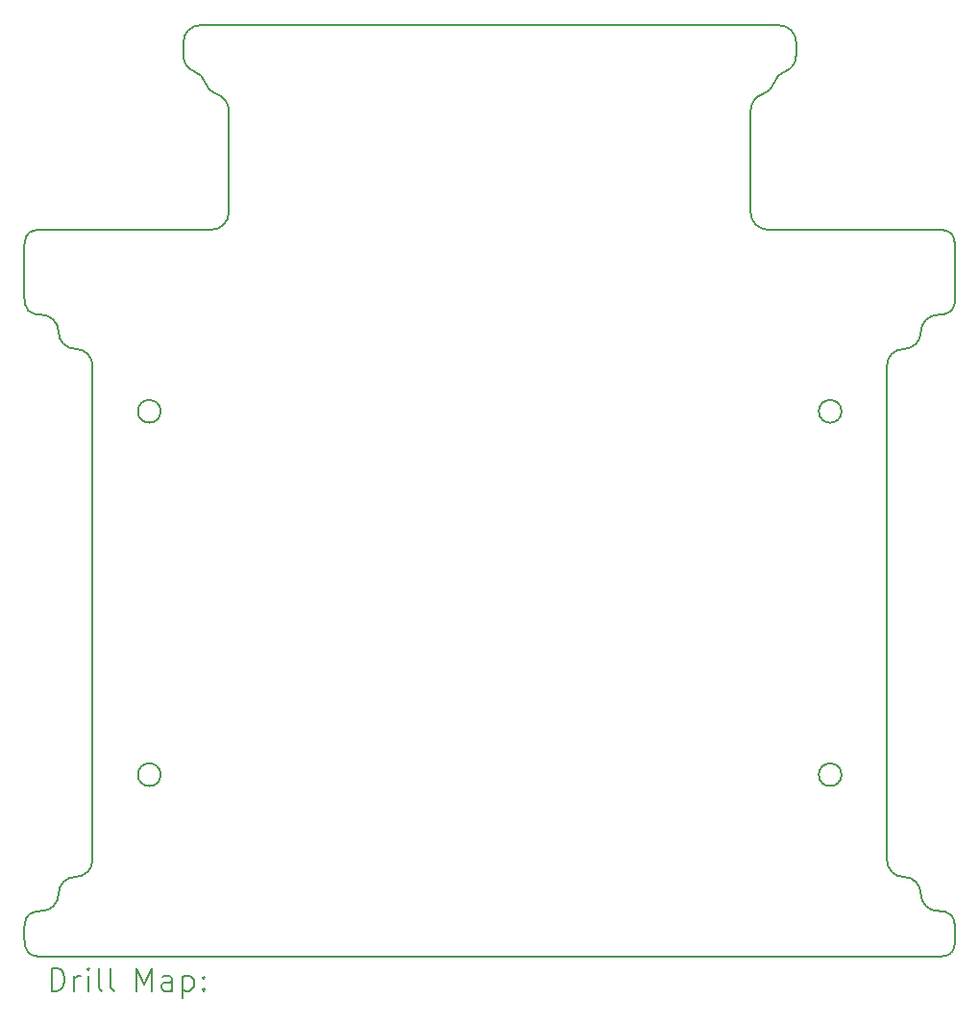
<source format=gbr>
%TF.GenerationSoftware,KiCad,Pcbnew,(7.0.0)*%
%TF.CreationDate,2023-11-19T14:20:11+01:00*%
%TF.ProjectId,Middle,4d696464-6c65-42e6-9b69-6361645f7063,rev?*%
%TF.SameCoordinates,Original*%
%TF.FileFunction,Drillmap*%
%TF.FilePolarity,Positive*%
%FSLAX45Y45*%
G04 Gerber Fmt 4.5, Leading zero omitted, Abs format (unit mm)*
G04 Created by KiCad (PCBNEW (7.0.0)) date 2023-11-19 14:20:11*
%MOMM*%
%LPD*%
G01*
G04 APERTURE LIST*
%ADD10C,0.200000*%
G04 APERTURE END LIST*
D10*
X9350000Y-13500000D02*
G75*
G03*
X9500000Y-13350000I0J150000D01*
G01*
X10300000Y-6150000D02*
X10300000Y-6267157D01*
X16950000Y-13800000D02*
X16970884Y-13800616D01*
X16992195Y-13802791D01*
X17013274Y-13807061D01*
X17022825Y-13809932D01*
X8904388Y-13898409D02*
X8901402Y-13919236D01*
X8900125Y-13940349D01*
X8900000Y-13950000D01*
X8909933Y-8472825D02*
X8917841Y-8491331D01*
X8928923Y-8508050D01*
X8930669Y-8510116D01*
X15599999Y-6408575D02*
G75*
G03*
X15700000Y-6267157I-49989J141415D01*
G01*
X8900000Y-14050000D02*
X8900617Y-14070883D01*
X8902791Y-14092195D01*
X8907061Y-14113274D01*
X8909933Y-14122825D01*
X8900000Y-13950000D02*
X8900000Y-14050000D01*
X10300003Y-6267157D02*
G75*
G03*
X10400000Y-6408579I149997J-3D01*
G01*
X15600000Y-6408579D02*
G75*
G03*
X15506459Y-6506459I50000J-141421D01*
G01*
X9500000Y-9000000D02*
X9500000Y-13350000D01*
X8998409Y-8545612D02*
X9019236Y-8548598D01*
X9040349Y-8549875D01*
X9050000Y-8550000D01*
X16100000Y-9400000D02*
G75*
G03*
X16100000Y-9400000I-100000J0D01*
G01*
X17001591Y-14195612D02*
X16980764Y-14198598D01*
X16959651Y-14199875D01*
X16950000Y-14200000D01*
X17082823Y-13859935D02*
X17090577Y-13878711D01*
X17095612Y-13898409D01*
X8977175Y-7809932D02*
X8958669Y-7817841D01*
X8941950Y-7828923D01*
X8939884Y-7830669D01*
X16800000Y-13650000D02*
G75*
G03*
X16650000Y-13500000I-150000J0D01*
G01*
X10100000Y-12600000D02*
G75*
G03*
X10100000Y-12600000I-100000J0D01*
G01*
X8998409Y-14195612D02*
X9019236Y-14198598D01*
X9040349Y-14199875D01*
X9050000Y-14200000D01*
X15700000Y-6267157D02*
X15700000Y-6150000D01*
X8959935Y-8532823D02*
X8978712Y-8540577D01*
X8998409Y-8545612D01*
X8900000Y-8400000D02*
X8900617Y-8420884D01*
X8902791Y-8442195D01*
X8907061Y-8463274D01*
X8909933Y-8472825D01*
X17069331Y-14160116D02*
X17053946Y-14174262D01*
X17040065Y-14182823D01*
X17040065Y-14182823D02*
X17021288Y-14190576D01*
X17001591Y-14195612D01*
X10550000Y-7800000D02*
G75*
G03*
X10700000Y-7650000I0J150000D01*
G01*
X17069331Y-8510116D02*
X17053946Y-8524263D01*
X17040065Y-8532823D01*
X17100000Y-14050000D02*
X17100000Y-13950000D01*
X15300000Y-7650000D02*
X15300000Y-6750000D01*
X10493542Y-6506459D02*
G75*
G03*
X10593541Y-6606458I143539J43539D01*
G01*
X10700000Y-6750000D02*
X10700000Y-7650000D01*
X9050000Y-14200000D02*
X16950000Y-14200000D01*
X16950000Y-8550000D02*
G75*
G03*
X16800000Y-8700000I0J-150000D01*
G01*
X17001591Y-8545612D02*
X16980764Y-8548598D01*
X16959651Y-8549875D01*
X16950000Y-8550000D01*
X15300000Y-7650000D02*
G75*
G03*
X15450000Y-7800000I150000J0D01*
G01*
X10450000Y-6000000D02*
G75*
G03*
X10300000Y-6150000I0J-150000D01*
G01*
X17100000Y-14050000D02*
X17099383Y-14070883D01*
X17097209Y-14092195D01*
X17092939Y-14113274D01*
X17090068Y-14122825D01*
X8959935Y-14182823D02*
X8978712Y-14190576D01*
X8998409Y-14195612D01*
X16650000Y-8850000D02*
G75*
G03*
X16500000Y-9000000I0J-150000D01*
G01*
X17022825Y-13809932D02*
X17041331Y-13817841D01*
X17058050Y-13828923D01*
X17060116Y-13830669D01*
X15700000Y-6150000D02*
G75*
G03*
X15550000Y-6000000I-150000J0D01*
G01*
X10493541Y-6506459D02*
G75*
G03*
X10400000Y-6408579I-143541J-43541D01*
G01*
X9050000Y-7800000D02*
X9029116Y-7800616D01*
X9007805Y-7802791D01*
X8986726Y-7807061D01*
X8977175Y-7809932D01*
X10700000Y-6750000D02*
G75*
G03*
X10593541Y-6606459I-150000J0D01*
G01*
X17100000Y-8400000D02*
X17099383Y-8420884D01*
X17097209Y-8442195D01*
X17092939Y-8463274D01*
X17090068Y-8472825D01*
X17095612Y-7898409D02*
X17098598Y-7919236D01*
X17099875Y-7940349D01*
X17100000Y-7950000D01*
X15406459Y-6606458D02*
G75*
G03*
X15506458Y-6506459I-43539J143539D01*
G01*
X16650000Y-8850000D02*
G75*
G03*
X16800000Y-8700000I0J150000D01*
G01*
X17090068Y-8472825D02*
X17082159Y-8491331D01*
X17071077Y-8508050D01*
X17069331Y-8510116D01*
X17082823Y-7859935D02*
X17090577Y-7878711D01*
X17095612Y-7898409D01*
X15550000Y-6000000D02*
X10450000Y-6000000D01*
X8900000Y-7950000D02*
X8900000Y-8400000D01*
X15406459Y-6606459D02*
G75*
G03*
X15300000Y-6750000I43541J-143541D01*
G01*
X9050000Y-13800000D02*
X9029116Y-13800616D01*
X9007805Y-13802791D01*
X8986726Y-13807061D01*
X8977175Y-13809932D01*
X17060116Y-7830669D02*
X17074263Y-7846054D01*
X17082823Y-7859935D01*
X17040065Y-8532823D02*
X17021288Y-8540577D01*
X17001591Y-8545612D01*
X17090068Y-14122825D02*
X17082159Y-14141331D01*
X17071077Y-14158050D01*
X17069331Y-14160116D01*
X17095612Y-13898409D02*
X17098598Y-13919236D01*
X17099875Y-13940349D01*
X17100000Y-13950000D01*
X17100000Y-8400000D02*
X17100000Y-7950000D01*
X9200000Y-8700000D02*
G75*
G03*
X9350000Y-8850000I150000J0D01*
G01*
X8904388Y-7898409D02*
X8901402Y-7919236D01*
X8900125Y-7940349D01*
X8900000Y-7950000D01*
X16950000Y-7800000D02*
X16970884Y-7800616D01*
X16992195Y-7802791D01*
X17013274Y-7807061D01*
X17022825Y-7809932D01*
X8930669Y-8510116D02*
X8946054Y-8524263D01*
X8959935Y-8532823D01*
X17060116Y-13830669D02*
X17074263Y-13846054D01*
X17082823Y-13859935D01*
X8930669Y-14160116D02*
X8946054Y-14174262D01*
X8959935Y-14182823D01*
X9050000Y-13800000D02*
G75*
G03*
X9200000Y-13650000I0J150000D01*
G01*
X8939884Y-7830669D02*
X8925737Y-7846054D01*
X8917177Y-7859935D01*
X16500000Y-13350000D02*
X16500000Y-9000000D01*
X17022825Y-7809932D02*
X17041331Y-7817841D01*
X17058050Y-7828923D01*
X17060116Y-7830669D01*
X16500000Y-13350000D02*
G75*
G03*
X16650000Y-13500000I150000J0D01*
G01*
X8977175Y-13809932D02*
X8958669Y-13817841D01*
X8941950Y-13828923D01*
X8939884Y-13830669D01*
X10550000Y-7800000D02*
X9050000Y-7800000D01*
X16100000Y-12600000D02*
G75*
G03*
X16100000Y-12600000I-100000J0D01*
G01*
X8917177Y-7859935D02*
X8909423Y-7878711D01*
X8904388Y-7898409D01*
X9200000Y-8700000D02*
G75*
G03*
X9050000Y-8550000I-150000J0D01*
G01*
X16800000Y-13650000D02*
G75*
G03*
X16950000Y-13800000I150000J0D01*
G01*
X9500000Y-9000000D02*
G75*
G03*
X9350000Y-8850000I-150000J0D01*
G01*
X8939884Y-13830669D02*
X8925737Y-13846054D01*
X8917177Y-13859935D01*
X16950000Y-7800000D02*
X15450000Y-7800000D01*
X10100000Y-9400000D02*
G75*
G03*
X10100000Y-9400000I-100000J0D01*
G01*
X8909933Y-14122825D02*
X8917841Y-14141331D01*
X8928923Y-14158050D01*
X8930669Y-14160116D01*
X9350000Y-13500000D02*
G75*
G03*
X9200000Y-13650000I0J-150000D01*
G01*
X8917177Y-13859935D02*
X8909423Y-13878711D01*
X8904388Y-13898409D01*
X9137619Y-14503476D02*
X9137619Y-14303476D01*
X9137619Y-14303476D02*
X9185238Y-14303476D01*
X9185238Y-14303476D02*
X9213810Y-14313000D01*
X9213810Y-14313000D02*
X9232857Y-14332048D01*
X9232857Y-14332048D02*
X9242381Y-14351095D01*
X9242381Y-14351095D02*
X9251905Y-14389190D01*
X9251905Y-14389190D02*
X9251905Y-14417762D01*
X9251905Y-14417762D02*
X9242381Y-14455857D01*
X9242381Y-14455857D02*
X9232857Y-14474905D01*
X9232857Y-14474905D02*
X9213810Y-14493952D01*
X9213810Y-14493952D02*
X9185238Y-14503476D01*
X9185238Y-14503476D02*
X9137619Y-14503476D01*
X9337619Y-14503476D02*
X9337619Y-14370143D01*
X9337619Y-14408238D02*
X9347143Y-14389190D01*
X9347143Y-14389190D02*
X9356667Y-14379667D01*
X9356667Y-14379667D02*
X9375714Y-14370143D01*
X9375714Y-14370143D02*
X9394762Y-14370143D01*
X9461429Y-14503476D02*
X9461429Y-14370143D01*
X9461429Y-14303476D02*
X9451905Y-14313000D01*
X9451905Y-14313000D02*
X9461429Y-14322524D01*
X9461429Y-14322524D02*
X9470952Y-14313000D01*
X9470952Y-14313000D02*
X9461429Y-14303476D01*
X9461429Y-14303476D02*
X9461429Y-14322524D01*
X9585238Y-14503476D02*
X9566190Y-14493952D01*
X9566190Y-14493952D02*
X9556667Y-14474905D01*
X9556667Y-14474905D02*
X9556667Y-14303476D01*
X9690000Y-14503476D02*
X9670952Y-14493952D01*
X9670952Y-14493952D02*
X9661429Y-14474905D01*
X9661429Y-14474905D02*
X9661429Y-14303476D01*
X9886190Y-14503476D02*
X9886190Y-14303476D01*
X9886190Y-14303476D02*
X9952857Y-14446333D01*
X9952857Y-14446333D02*
X10019524Y-14303476D01*
X10019524Y-14303476D02*
X10019524Y-14503476D01*
X10200476Y-14503476D02*
X10200476Y-14398714D01*
X10200476Y-14398714D02*
X10190952Y-14379667D01*
X10190952Y-14379667D02*
X10171905Y-14370143D01*
X10171905Y-14370143D02*
X10133809Y-14370143D01*
X10133809Y-14370143D02*
X10114762Y-14379667D01*
X10200476Y-14493952D02*
X10181429Y-14503476D01*
X10181429Y-14503476D02*
X10133809Y-14503476D01*
X10133809Y-14503476D02*
X10114762Y-14493952D01*
X10114762Y-14493952D02*
X10105238Y-14474905D01*
X10105238Y-14474905D02*
X10105238Y-14455857D01*
X10105238Y-14455857D02*
X10114762Y-14436809D01*
X10114762Y-14436809D02*
X10133809Y-14427286D01*
X10133809Y-14427286D02*
X10181429Y-14427286D01*
X10181429Y-14427286D02*
X10200476Y-14417762D01*
X10295714Y-14370143D02*
X10295714Y-14570143D01*
X10295714Y-14379667D02*
X10314762Y-14370143D01*
X10314762Y-14370143D02*
X10352857Y-14370143D01*
X10352857Y-14370143D02*
X10371905Y-14379667D01*
X10371905Y-14379667D02*
X10381429Y-14389190D01*
X10381429Y-14389190D02*
X10390952Y-14408238D01*
X10390952Y-14408238D02*
X10390952Y-14465381D01*
X10390952Y-14465381D02*
X10381429Y-14484428D01*
X10381429Y-14484428D02*
X10371905Y-14493952D01*
X10371905Y-14493952D02*
X10352857Y-14503476D01*
X10352857Y-14503476D02*
X10314762Y-14503476D01*
X10314762Y-14503476D02*
X10295714Y-14493952D01*
X10476667Y-14484428D02*
X10486190Y-14493952D01*
X10486190Y-14493952D02*
X10476667Y-14503476D01*
X10476667Y-14503476D02*
X10467143Y-14493952D01*
X10467143Y-14493952D02*
X10476667Y-14484428D01*
X10476667Y-14484428D02*
X10476667Y-14503476D01*
X10476667Y-14379667D02*
X10486190Y-14389190D01*
X10486190Y-14389190D02*
X10476667Y-14398714D01*
X10476667Y-14398714D02*
X10467143Y-14389190D01*
X10467143Y-14389190D02*
X10476667Y-14379667D01*
X10476667Y-14379667D02*
X10476667Y-14398714D01*
M02*

</source>
